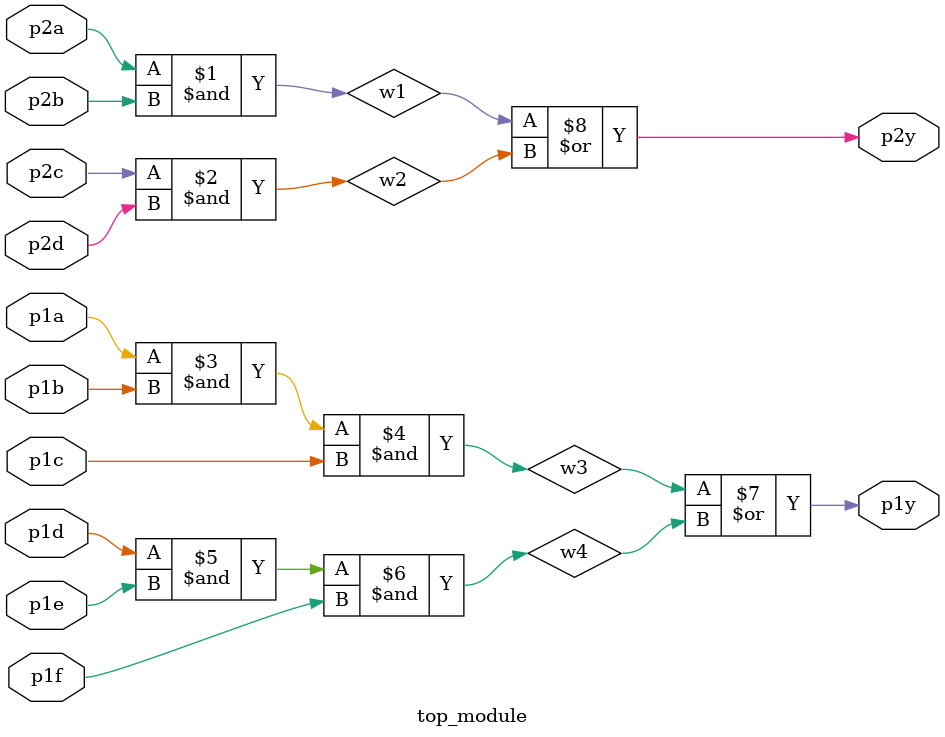
<source format=v>
module top_module ( 
    input p1a, p1b, p1c, p1d, p1e, p1f,
    output p1y,
    input p2a, p2b, p2c, p2d,
    output p2y );
    wire w1,w2,w3,w4;
    assign w1=p2a&p2b;
    assign w2=p2c&p2d;
    assign w3=p1a&p1b&p1c;
    assign w4=p1d&p1e&p1f;
    assign p1y=w3|w4;
    assign p2y=w1|w2;
endmodule

</source>
